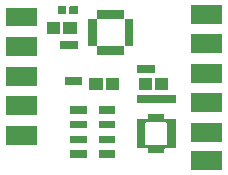
<source format=gbr>
G04 #@! TF.GenerationSoftware,KiCad,Pcbnew,(5.1.5)-3*
G04 #@! TF.CreationDate,2020-06-02T09:59:11+09:00*
G04 #@! TF.ProjectId,FMU3_Sensors_make,464d5533-5f53-4656-9e73-6f72735f6d61,rev?*
G04 #@! TF.SameCoordinates,Original*
G04 #@! TF.FileFunction,Soldermask,Top*
G04 #@! TF.FilePolarity,Negative*
%FSLAX46Y46*%
G04 Gerber Fmt 4.6, Leading zero omitted, Abs format (unit mm)*
G04 Created by KiCad (PCBNEW (5.1.5)-3) date 2020-06-02 09:59:11*
%MOMM*%
%LPD*%
G04 APERTURE LIST*
%ADD10C,0.100000*%
G04 APERTURE END LIST*
D10*
G36*
X148171000Y-37321000D02*
G01*
X145569000Y-37321000D01*
X145569000Y-35719000D01*
X148171000Y-35719000D01*
X148171000Y-37321000D01*
G37*
G36*
X139166000Y-36271000D02*
G01*
X137754000Y-36271000D01*
X137754000Y-35639000D01*
X139166000Y-35639000D01*
X139166000Y-36271000D01*
G37*
G36*
X136766000Y-36271000D02*
G01*
X135354000Y-36271000D01*
X135354000Y-35639000D01*
X136766000Y-35639000D01*
X136766000Y-36271000D01*
G37*
G36*
X143301000Y-32884001D02*
G01*
X143303402Y-32908387D01*
X143310515Y-32931836D01*
X143322066Y-32953447D01*
X143337611Y-32972389D01*
X143356553Y-32987934D01*
X143378164Y-32999485D01*
X143401613Y-33006598D01*
X143425999Y-33009000D01*
X144251000Y-33009000D01*
X144251000Y-35411000D01*
X143425999Y-35411000D01*
X143401613Y-35413402D01*
X143378164Y-35420515D01*
X143356553Y-35432066D01*
X143337611Y-35447611D01*
X143322066Y-35466553D01*
X143310515Y-35488164D01*
X143303402Y-35511613D01*
X143301000Y-35535999D01*
X143301000Y-35861000D01*
X141899000Y-35861000D01*
X141899000Y-35535999D01*
X141896598Y-35511613D01*
X141889485Y-35488164D01*
X141877934Y-35466553D01*
X141862389Y-35447611D01*
X141843447Y-35432066D01*
X141821836Y-35420515D01*
X141798387Y-35413402D01*
X141774001Y-35411000D01*
X140949000Y-35411000D01*
X140949000Y-33385999D01*
X141651000Y-33385999D01*
X141651000Y-35034001D01*
X141653402Y-35058387D01*
X141660515Y-35081836D01*
X141672066Y-35103447D01*
X141687611Y-35122389D01*
X141706553Y-35137934D01*
X141728164Y-35149485D01*
X141751613Y-35156598D01*
X141775999Y-35159000D01*
X143424001Y-35159000D01*
X143448387Y-35156598D01*
X143471836Y-35149485D01*
X143493447Y-35137934D01*
X143512389Y-35122389D01*
X143527934Y-35103447D01*
X143539485Y-35081836D01*
X143546598Y-35058387D01*
X143549000Y-35034001D01*
X143549000Y-33385999D01*
X143546598Y-33361613D01*
X143539485Y-33338164D01*
X143527934Y-33316553D01*
X143512389Y-33297611D01*
X143493447Y-33282066D01*
X143471836Y-33270515D01*
X143448387Y-33263402D01*
X143424001Y-33261000D01*
X141775999Y-33261000D01*
X141751613Y-33263402D01*
X141728164Y-33270515D01*
X141706553Y-33282066D01*
X141687611Y-33297611D01*
X141672066Y-33316553D01*
X141660515Y-33338164D01*
X141653402Y-33361613D01*
X141651000Y-33385999D01*
X140949000Y-33385999D01*
X140949000Y-33009000D01*
X141774001Y-33009000D01*
X141798387Y-33006598D01*
X141821836Y-32999485D01*
X141843447Y-32987934D01*
X141862389Y-32972389D01*
X141877934Y-32953447D01*
X141889485Y-32931836D01*
X141896598Y-32908387D01*
X141899000Y-32884001D01*
X141899000Y-32559000D01*
X143301000Y-32559000D01*
X143301000Y-32884001D01*
G37*
G36*
X132501001Y-35151000D02*
G01*
X129899001Y-35151000D01*
X129899001Y-33549000D01*
X132501001Y-33549000D01*
X132501001Y-35151000D01*
G37*
G36*
X136766000Y-35021000D02*
G01*
X135354000Y-35021000D01*
X135354000Y-34389000D01*
X136766000Y-34389000D01*
X136766000Y-35021000D01*
G37*
G36*
X139166000Y-35021000D02*
G01*
X137754000Y-35021000D01*
X137754000Y-34389000D01*
X139166000Y-34389000D01*
X139166000Y-35021000D01*
G37*
G36*
X148171000Y-34921000D02*
G01*
X145569000Y-34921000D01*
X145569000Y-33319000D01*
X148171000Y-33319000D01*
X148171000Y-34921000D01*
G37*
G36*
X139166000Y-33771000D02*
G01*
X137754000Y-33771000D01*
X137754000Y-33139000D01*
X139166000Y-33139000D01*
X139166000Y-33771000D01*
G37*
G36*
X136766000Y-33771000D02*
G01*
X135354000Y-33771000D01*
X135354000Y-33139000D01*
X136766000Y-33139000D01*
X136766000Y-33771000D01*
G37*
G36*
X132501001Y-32651000D02*
G01*
X129899001Y-32651000D01*
X129899001Y-31049000D01*
X132501001Y-31049000D01*
X132501001Y-32651000D01*
G37*
G36*
X139166000Y-32521000D02*
G01*
X137754000Y-32521000D01*
X137754000Y-31889000D01*
X139166000Y-31889000D01*
X139166000Y-32521000D01*
G37*
G36*
X136766000Y-32521000D02*
G01*
X135354000Y-32521000D01*
X135354000Y-31889000D01*
X136766000Y-31889000D01*
X136766000Y-32521000D01*
G37*
G36*
X148171000Y-32421000D02*
G01*
X145569000Y-32421000D01*
X145569000Y-30819000D01*
X148171000Y-30819000D01*
X148171000Y-32421000D01*
G37*
G36*
X142598164Y-30949485D02*
G01*
X142621613Y-30956598D01*
X142645999Y-30959000D01*
X144251000Y-30959000D01*
X144251000Y-31661000D01*
X142691453Y-31661000D01*
X142671836Y-31650515D01*
X142648387Y-31643402D01*
X142624001Y-31641000D01*
X141019000Y-31641000D01*
X141019000Y-30939000D01*
X142578547Y-30939000D01*
X142598164Y-30949485D01*
G37*
G36*
X142237000Y-30526000D02*
G01*
X141125000Y-30526000D01*
X141125000Y-29494000D01*
X142237000Y-29494000D01*
X142237000Y-30526000D01*
G37*
G36*
X143655000Y-30526000D02*
G01*
X142543000Y-30526000D01*
X142543000Y-29494000D01*
X143655000Y-29494000D01*
X143655000Y-30526000D01*
G37*
G36*
X139495000Y-30516000D02*
G01*
X138383000Y-30516000D01*
X138383000Y-29484000D01*
X139495000Y-29484000D01*
X139495000Y-30516000D01*
G37*
G36*
X138077000Y-30516000D02*
G01*
X136965000Y-30516000D01*
X136965000Y-29484000D01*
X138077000Y-29484000D01*
X138077000Y-30516000D01*
G37*
G36*
X132501001Y-30151000D02*
G01*
X129899001Y-30151000D01*
X129899001Y-28549000D01*
X132501001Y-28549000D01*
X132501001Y-30151000D01*
G37*
G36*
X136371000Y-30131000D02*
G01*
X134869000Y-30131000D01*
X134869000Y-29429000D01*
X136371000Y-29429000D01*
X136371000Y-30131000D01*
G37*
G36*
X148171000Y-29921000D02*
G01*
X145569000Y-29921000D01*
X145569000Y-28319000D01*
X148171000Y-28319000D01*
X148171000Y-29921000D01*
G37*
G36*
X142511000Y-29081000D02*
G01*
X141009000Y-29081000D01*
X141009000Y-28379000D01*
X142511000Y-28379000D01*
X142511000Y-29081000D01*
G37*
G36*
X132501001Y-27651000D02*
G01*
X129899001Y-27651000D01*
X129899001Y-26049000D01*
X132501001Y-26049000D01*
X132501001Y-27651000D01*
G37*
G36*
X139896000Y-24403001D02*
G01*
X139898402Y-24427387D01*
X139905515Y-24450836D01*
X139917066Y-24472447D01*
X139932611Y-24491389D01*
X139951553Y-24506934D01*
X139973164Y-24518485D01*
X139996613Y-24525598D01*
X140020999Y-24528000D01*
X140686000Y-24528000D01*
X140686000Y-26780000D01*
X140020999Y-26780000D01*
X139996613Y-26782402D01*
X139973164Y-26789515D01*
X139951553Y-26801066D01*
X139932611Y-26816611D01*
X139917066Y-26835553D01*
X139905515Y-26857164D01*
X139898402Y-26880613D01*
X139896000Y-26904999D01*
X139896000Y-27570000D01*
X137644000Y-27570000D01*
X137644000Y-26904999D01*
X137641598Y-26880613D01*
X137634485Y-26857164D01*
X137622934Y-26835553D01*
X137607389Y-26816611D01*
X137588447Y-26801066D01*
X137566836Y-26789515D01*
X137543387Y-26782402D01*
X137519001Y-26780000D01*
X136854000Y-26780000D01*
X136854000Y-24604999D01*
X137596000Y-24604999D01*
X137596000Y-26703001D01*
X137598402Y-26727387D01*
X137605515Y-26750836D01*
X137617066Y-26772447D01*
X137632611Y-26791389D01*
X137651553Y-26806934D01*
X137673164Y-26818485D01*
X137696613Y-26825598D01*
X137720999Y-26828000D01*
X139819001Y-26828000D01*
X139843387Y-26825598D01*
X139866836Y-26818485D01*
X139888447Y-26806934D01*
X139907389Y-26791389D01*
X139922934Y-26772447D01*
X139934485Y-26750836D01*
X139941598Y-26727387D01*
X139944000Y-26703001D01*
X139944000Y-24604999D01*
X139941598Y-24580613D01*
X139934485Y-24557164D01*
X139922934Y-24535553D01*
X139907389Y-24516611D01*
X139888447Y-24501066D01*
X139866836Y-24489515D01*
X139843387Y-24482402D01*
X139819001Y-24480000D01*
X137720999Y-24480000D01*
X137696613Y-24482402D01*
X137673164Y-24489515D01*
X137651553Y-24501066D01*
X137632611Y-24516611D01*
X137617066Y-24535553D01*
X137605515Y-24557164D01*
X137598402Y-24580613D01*
X137596000Y-24604999D01*
X136854000Y-24604999D01*
X136854000Y-24528000D01*
X137519001Y-24528000D01*
X137543387Y-24525598D01*
X137566836Y-24518485D01*
X137588447Y-24506934D01*
X137607389Y-24491389D01*
X137622934Y-24472447D01*
X137634485Y-24450836D01*
X137641598Y-24427387D01*
X137644000Y-24403001D01*
X137644000Y-23738000D01*
X139896000Y-23738000D01*
X139896000Y-24403001D01*
G37*
G36*
X148171000Y-27421000D02*
G01*
X145569000Y-27421000D01*
X145569000Y-25819000D01*
X148171000Y-25819000D01*
X148171000Y-27421000D01*
G37*
G36*
X135981000Y-27051000D02*
G01*
X134479000Y-27051000D01*
X134479000Y-26349000D01*
X135981000Y-26349000D01*
X135981000Y-27051000D01*
G37*
G36*
X134457000Y-25796000D02*
G01*
X133345000Y-25796000D01*
X133345000Y-24764000D01*
X134457000Y-24764000D01*
X134457000Y-25796000D01*
G37*
G36*
X135875000Y-25796000D02*
G01*
X134763000Y-25796000D01*
X134763000Y-24764000D01*
X135875000Y-24764000D01*
X135875000Y-25796000D01*
G37*
G36*
X132501001Y-25151000D02*
G01*
X129899001Y-25151000D01*
X129899001Y-23549000D01*
X132501001Y-23549000D01*
X132501001Y-25151000D01*
G37*
G36*
X148171000Y-24921000D02*
G01*
X145569000Y-24921000D01*
X145569000Y-23319000D01*
X148171000Y-23319000D01*
X148171000Y-24921000D01*
G37*
G36*
X134901938Y-23391716D02*
G01*
X134922557Y-23397971D01*
X134941553Y-23408124D01*
X134958208Y-23421792D01*
X134971876Y-23438447D01*
X134982029Y-23457443D01*
X134988284Y-23478062D01*
X134991000Y-23505640D01*
X134991000Y-24014360D01*
X134988284Y-24041938D01*
X134982029Y-24062557D01*
X134971876Y-24081553D01*
X134958208Y-24098208D01*
X134941553Y-24111876D01*
X134922557Y-24122029D01*
X134901938Y-24128284D01*
X134874360Y-24131000D01*
X134415640Y-24131000D01*
X134388062Y-24128284D01*
X134367443Y-24122029D01*
X134348447Y-24111876D01*
X134331792Y-24098208D01*
X134318124Y-24081553D01*
X134307971Y-24062557D01*
X134301716Y-24041938D01*
X134299000Y-24014360D01*
X134299000Y-23505640D01*
X134301716Y-23478062D01*
X134307971Y-23457443D01*
X134318124Y-23438447D01*
X134331792Y-23421792D01*
X134348447Y-23408124D01*
X134367443Y-23397971D01*
X134388062Y-23391716D01*
X134415640Y-23389000D01*
X134874360Y-23389000D01*
X134901938Y-23391716D01*
G37*
G36*
X135871938Y-23391716D02*
G01*
X135892557Y-23397971D01*
X135911553Y-23408124D01*
X135928208Y-23421792D01*
X135941876Y-23438447D01*
X135952029Y-23457443D01*
X135958284Y-23478062D01*
X135961000Y-23505640D01*
X135961000Y-24014360D01*
X135958284Y-24041938D01*
X135952029Y-24062557D01*
X135941876Y-24081553D01*
X135928208Y-24098208D01*
X135911553Y-24111876D01*
X135892557Y-24122029D01*
X135871938Y-24128284D01*
X135844360Y-24131000D01*
X135385640Y-24131000D01*
X135358062Y-24128284D01*
X135337443Y-24122029D01*
X135318447Y-24111876D01*
X135301792Y-24098208D01*
X135288124Y-24081553D01*
X135277971Y-24062557D01*
X135271716Y-24041938D01*
X135269000Y-24014360D01*
X135269000Y-23505640D01*
X135271716Y-23478062D01*
X135277971Y-23457443D01*
X135288124Y-23438447D01*
X135301792Y-23421792D01*
X135318447Y-23408124D01*
X135337443Y-23397971D01*
X135358062Y-23391716D01*
X135385640Y-23389000D01*
X135844360Y-23389000D01*
X135871938Y-23391716D01*
G37*
M02*

</source>
